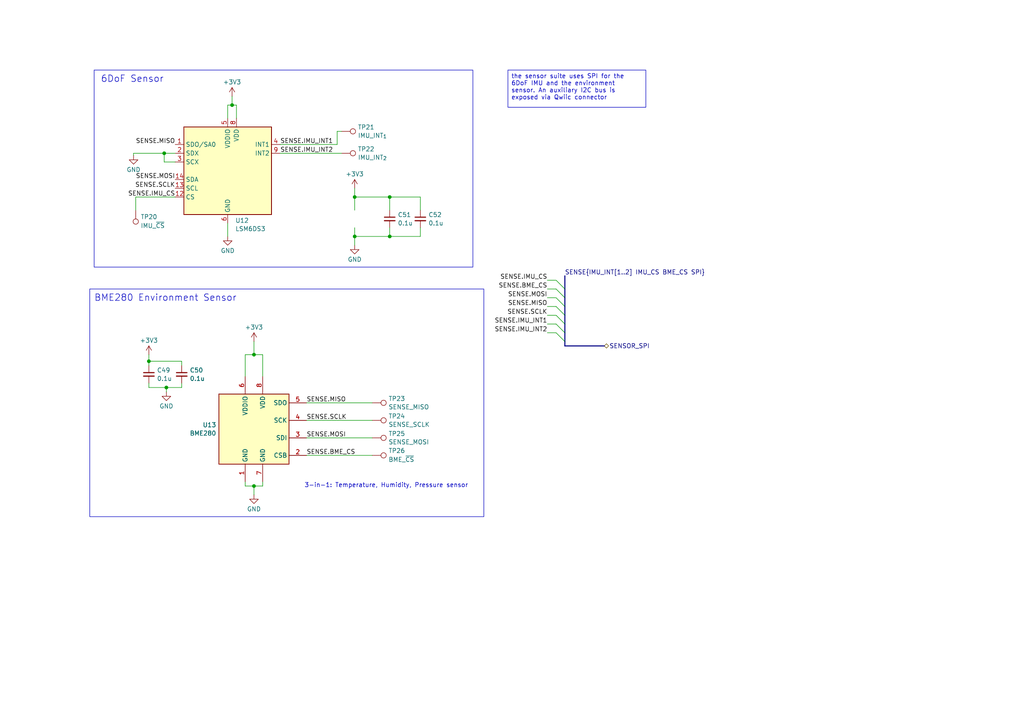
<source format=kicad_sch>
(kicad_sch (version 20230121) (generator eeschema)
  (paper "A4")
  (title_block (title "T3 Telemetry Board") (date "2023-07-26") (rev "1.1a-DRAFT") (company "Solar Vehicle Project"))
  (lib_symbols
    (symbol "Connector:TestPoint" (pin_numbers hide) (pin_names (offset 0.762) hide)
      (property "Reference" "TP" (at 0 6.858 0))
      (property "Value" "TestPoint" (at 0 5.08 0))
      (symbol "TestPoint_0_1"
        (circle (center 0 3.302) (radius 0.762))
      )
      (symbol "TestPoint_1_1"
        (pin passive line (at 0 0 90) (length 2.54) (name "1") (number "1"))
      )
    )
    (symbol "Device:C_Small" (pin_numbers hide) (pin_names (offset 0.254) hide)
      (property "Reference" "C" (at 0.254 1.778 0))
      (property "Value" "C_Small" (at 0.254 -2.032 0))
      (symbol "C_Small_0_1"
        (polyline (pts (xy -1.524 -0.508) (xy 1.524 -0.508)) (stroke (width 0.3302)))
        (polyline (pts (xy -1.524 0.508) (xy 1.524 0.508)) (stroke (width 0.3048)))
      )
      (symbol "C_Small_1_1"
        (pin passive line (at 0 2.54 270) (length 2.032) (name "~") (number "1"))
        (pin passive line (at 0 -2.54 90) (length 2.032) (name "~") (number "2"))
      )
    )
    (symbol "Sensor:BME280"
      (property "Reference" "U" (at -8.89 11.43 0))
      (property "Value" "BME280" (at 7.62 11.43 0))
      (symbol "BME280_0_1"
        (rectangle (start -10.16 10.16) (end 10.16 -10.16) (stroke (width 0.254)) (fill (type background)))
      )
      (symbol "BME280_1_1"
        (pin power_in line (at -2.54 -15.24 90) (length 5.08) (name "GND") (number "1"))
        (pin input line (at 15.24 -7.62 180) (length 5.08) (name "CSB") (number "2"))
        (pin bidirectional line (at 15.24 -2.54 180) (length 5.08) (name "SDI") (number "3"))
        (pin input line (at 15.24 2.54 180) (length 5.08) (name "SCK") (number "4"))
        (pin bidirectional line (at 15.24 7.62 180) (length 5.08) (name "SDO") (number "5"))
        (pin power_in line (at -2.54 15.24 270) (length 5.08) (name "VDDIO") (number "6"))
        (pin power_in line (at 2.54 -15.24 90) (length 5.08) (name "GND") (number "7"))
        (pin power_in line (at 2.54 15.24 270) (length 5.08) (name "VDD") (number "8"))
      )
    )
    (symbol "Sensor_Motion:LSM6DS3"
      (property "Reference" "U" (at -11.43 15.24 0))
      (property "Value" "LSM6DS3" (at -11.43 12.7 0))
      (symbol "LSM6DS3_0_1"
        (rectangle (start -12.7 12.7) (end 12.7 -12.7) (stroke (width 0.254)) (fill (type background)))
      )
      (symbol "LSM6DS3_1_1"
        (pin bidirectional line (at -15.24 7.62 0) (length 2.54) (name "SDO/SA0") (number "1"))
        (pin no_connect line (at 12.7 -5.08 180) (length 3.81) hide (name "NC") (number "10"))
        (pin no_connect line (at 12.7 -2.54 180) (length 3.81) hide (name "NC") (number "11"))
        (pin input line (at -15.24 -7.62 0) (length 2.54) (name "CS") (number "12"))
        (pin input line (at -15.24 -5.08 0) (length 2.54) (name "SCL") (number "13"))
        (pin bidirectional line (at -15.24 -2.54 0) (length 2.54) (name "SDA") (number "14"))
        (pin bidirectional line (at -15.24 5.08 0) (length 2.54) (name "SDX") (number "2"))
        (pin input line (at -15.24 2.54 0) (length 2.54) (name "SCX") (number "3"))
        (pin output line (at 15.24 7.62 180) (length 2.54) (name "INT1") (number "4"))
        (pin power_in line (at 0 15.24 270) (length 2.54) (name "VDDIO") (number "5"))
        (pin power_in line (at 0 -15.24 90) (length 2.54) (name "GND") (number "6"))
        (pin passive line (at 0 -15.24 90) (length 2.54) hide (name "GND") (number "7"))
        (pin power_in line (at 2.54 15.24 270) (length 2.54) (name "VDD") (number "8"))
        (pin output line (at 15.24 5.08 180) (length 2.54) (name "INT2") (number "9"))
      )
    )
    (symbol "power:+3V3" (power) (pin_names (offset 0))
      (property "Value" "+3V3" (at 0 3.556 0))
      (symbol "+3V3_0_1"
        (polyline (pts (xy -0.762 1.27) (xy 0 2.54)))
        (polyline (pts (xy 0 0) (xy 0 2.54)))
        (polyline (pts (xy 0 2.54) (xy 0.762 1.27)))
      )
      (symbol "+3V3_1_1"
        (pin power_in line (at 0 0 90) (length 0) hide (name "+3V3") (number "1"))
      )
    )
    (symbol "power:GND" (power) (pin_names (offset 0))
      (property "Value" "GND" (at 0 -3.81 0))
      (symbol "GND_0_1"
        (polyline (pts (xy 0 0) (xy 0 -1.27) (xy 1.27 -1.27) (xy 0 -2.54) (xy -1.27 -1.27) (xy 0 -1.27)))
      )
      (symbol "GND_1_1"
        (pin power_in line (at 0 0 270) (length 0) hide (name "GND") (number "1"))
      )
    )
  )
  (junction (at 47.625 44.45))
  (junction (at 113.03 57.15))
  (junction (at 113.03 68.58))
  (junction (at 48.26 112.395))
  (junction (at 73.66 102.87))
  (junction (at 43.18 104.775))
  (junction (at 73.66 140.97))
  (junction (at 102.87 68.58))
  (junction (at 67.31 30.48))
  (junction (at 102.87 57.15))
  (bus_entry (at 163.83 83.82) (size -2.54 -2.54))
  (bus_entry (at 163.83 96.52) (size -2.54 -2.54))
  (bus_entry (at 163.83 99.06) (size -2.54 -2.54))
  (bus_entry (at 163.83 86.36) (size -2.54 -2.54))
  (bus_entry (at 163.83 88.9) (size -2.54 -2.54))
  (bus_entry (at 163.83 93.98) (size -2.54 -2.54))
  (bus_entry (at 163.83 91.44) (size -2.54 -2.54))
  (wire (pts (xy 43.18 112.395) (xy 48.26 112.395)))
  (wire (pts (xy 76.2 109.22) (xy 76.2 102.87)))
  (wire (pts (xy 81.28 41.91) (xy 97.79 41.91)))
  (bus (pts (xy 163.83 83.82) (xy 163.83 86.36)))
  (wire (pts (xy 67.31 30.48) (xy 68.58 30.48)))
  (wire (pts (xy 73.66 102.87) (xy 76.2 102.87)))
  (bus (pts (xy 163.83 93.98) (xy 163.83 96.52)))
  (wire (pts (xy 121.92 66.04) (xy 121.92 68.58)))
  (wire (pts (xy 102.87 54.61) (xy 102.87 57.15)))
  (wire (pts (xy 68.58 34.29) (xy 68.58 30.48)))
  (wire (pts (xy 71.12 140.97) (xy 71.12 139.7)))
  (bus (pts (xy 163.83 100.33) (xy 163.83 99.06)))
  (wire (pts (xy 161.29 91.44) (xy 158.75 91.44)))
  (wire (pts (xy 121.92 60.96) (xy 121.92 57.15)))
  (wire (pts (xy 39.37 57.15) (xy 39.37 60.96)))
  (wire (pts (xy 102.87 68.58) (xy 102.87 71.12)))
  (bus (pts (xy 163.83 96.52) (xy 163.83 99.06)))
  (wire (pts (xy 73.66 102.87) (xy 71.12 102.87)))
  (wire (pts (xy 88.9 116.84) (xy 107.95 116.84)))
  (wire (pts (xy 113.03 57.15) (xy 102.87 57.15)))
  (wire (pts (xy 38.735 44.45) (xy 38.735 45.085)))
  (wire (pts (xy 50.8 44.45) (xy 47.625 44.45)))
  (wire (pts (xy 97.79 41.91) (xy 97.79 38.1)))
  (wire (pts (xy 113.03 68.58) (xy 102.87 68.58)))
  (wire (pts (xy 66.04 30.48) (xy 67.31 30.48)))
  (wire (pts (xy 113.03 66.04) (xy 113.03 68.58)))
  (wire (pts (xy 161.29 83.82) (xy 158.75 83.82)))
  (wire (pts (xy 52.705 104.775) (xy 43.18 104.775)))
  (wire (pts (xy 67.31 27.94) (xy 67.31 30.48)))
  (wire (pts (xy 161.29 88.9) (xy 158.75 88.9)))
  (bus (pts (xy 163.83 91.44) (xy 163.83 93.98)))
  (wire (pts (xy 52.705 106.045) (xy 52.705 104.775)))
  (wire (pts (xy 43.18 111.125) (xy 43.18 112.395)))
  (wire (pts (xy 102.87 57.15) (xy 102.87 60.96)))
  (wire (pts (xy 71.12 140.97) (xy 73.66 140.97)))
  (bus (pts (xy 163.83 80.01) (xy 163.83 83.82)))
  (wire (pts (xy 43.18 102.87) (xy 43.18 104.775)))
  (wire (pts (xy 88.9 127) (xy 107.95 127)))
  (wire (pts (xy 161.29 86.36) (xy 158.75 86.36)))
  (wire (pts (xy 47.625 46.99) (xy 50.8 46.99)))
  (wire (pts (xy 50.8 57.15) (xy 39.37 57.15)))
  (bus (pts (xy 163.83 88.9) (xy 163.83 91.44)))
  (bus (pts (xy 163.83 86.36) (xy 163.83 88.9)))
  (wire (pts (xy 48.26 112.395) (xy 48.26 113.665)))
  (wire (pts (xy 113.03 57.15) (xy 113.03 60.96)))
  (wire (pts (xy 73.66 140.97) (xy 76.2 140.97)))
  (wire (pts (xy 121.92 68.58) (xy 113.03 68.58)))
  (wire (pts (xy 66.04 34.29) (xy 66.04 30.48)))
  (wire (pts (xy 73.66 99.06) (xy 73.66 102.87)))
  (wire (pts (xy 102.87 66.04) (xy 102.87 68.58)))
  (wire (pts (xy 158.75 93.98) (xy 161.29 93.98)))
  (wire (pts (xy 97.79 38.1) (xy 99.06 38.1)))
  (wire (pts (xy 73.66 140.97) (xy 73.66 143.51)))
  (wire (pts (xy 161.29 81.28) (xy 158.75 81.28)))
  (wire (pts (xy 71.12 102.87) (xy 71.12 109.22)))
  (wire (pts (xy 88.9 132.08) (xy 107.95 132.08)))
  (wire (pts (xy 38.735 44.45) (xy 47.625 44.45)))
  (wire (pts (xy 43.18 104.775) (xy 43.18 106.045)))
  (wire (pts (xy 81.28 44.45) (xy 99.06 44.45)))
  (wire (pts (xy 88.9 121.92) (xy 107.95 121.92)))
  (wire (pts (xy 66.04 64.77) (xy 66.04 68.58)))
  (wire (pts (xy 121.92 57.15) (xy 113.03 57.15)))
  (bus (pts (xy 175.26 100.33) (xy 163.83 100.33)))
  (wire (pts (xy 158.75 96.52) (xy 161.29 96.52)))
  (wire (pts (xy 76.2 140.97) (xy 76.2 139.7)))
  (wire (pts (xy 47.625 44.45) (xy 47.625 46.99)))
  (wire (pts (xy 52.705 112.395) (xy 48.26 112.395)))
  (wire (pts (xy 52.705 111.125) (xy 52.705 112.395)))
  (rectangle (start 26.035 83.82) (end 140.335 149.86))
  (rectangle (start 27.305 20.32) (end 137.16 77.47))
  (text_box "the sensor suite uses SPI for the 6DoF IMU and the environment\nsensor. An auxiliary I2C bus is exposed via Qwiic connector\n" (at 147.32 20.32 0) (size 40.005 10.795) (effects (font (size 1.27 1.27)) (justify left top)))
  (text "6DoF Sensor\n" (at 29.21 24.13 0) (effects (font (size 1.905 1.905)) (justify left bottom)))
  (text "3-in-1: Temperature, Humidity, Pressure sensor" (at 88.265 141.605 0) (effects (font (size 1.27 1.27)) (justify left bottom)))
  (text "BME280 Environment Sensor" (at 27.305 87.63 0) (effects (font (size 1.905 1.905)) (justify left bottom)))
  (label "SENSE.IMU_CS" (at 158.75 81.28 180))
  (label "SENSE.MOSI" (at 158.75 86.36 180))
  (label "SENSE.MOSI" (at 88.9 127 0))
  (label "SENSE.IMU_INT1" (at 158.75 93.98 180))
  (label "SENSE.MISO" (at 158.75 88.9 180))
  (label "SENSE.IMU_CS" (at 50.8 57.15 180))
  (label "SENSE.SCLK" (at 50.8 54.61 180))
  (label "SENSE.IMU_INT1" (at 81.28 41.91 0))
  (label "SENSE.SCLK" (at 158.75 91.44 180))
  (label "SENSE.MISO" (at 50.8 41.91 180))
  (label "SENSE.BME_CS" (at 158.75 83.82 180))
  (label "SENSE.SCLK" (at 88.9 121.92 0))
  (label "SENSE.MOSI" (at 50.8 52.07 180))
  (label "SENSE.IMU_INT2" (at 158.75 96.52 180))
  (label "SENSE.BME_CS" (at 88.9 132.08 0))
  (label "SENSE{IMU_INT[1..2] IMU_CS BME_CS SPI}" (at 163.83 80.01 0))
  (label "SENSE.IMU_INT2" (at 81.28 44.45 0))
  (label "SENSE.MISO" (at 88.9 116.84 0))
  (hierarchical_label "SENSOR_SPI" (shape bidirectional) (at 175.26 100.33 0))
  (symbol (lib_id "Sensor:BME280") (at 73.66 124.46 0) (unit 1)
    (property "Reference" "U13" (at 62.7381 123.2479 0) (effects (justify right)))
    (property "Value" "BME280" (at 62.7381 125.6721 0) (effects (justify right)))
    (property "Footprint" "Package_LGA:Bosch_LGA-8_2.5x2.5mm_P0.65mm_ClockwisePinNumbering" (effects hide))
    (property "Datasheet" "https://www.bosch-sensortec.com/media/boschsensortec/downloads/datasheets/bst-bme280-ds002.pdf" (effects hide))
  )
  (symbol (lib_id "Connector:TestPoint") (at 107.95 132.08 270) (unit 1) (in_bom no)
    (property "Reference" "TP26" (at 112.649 130.7224 90) (effects (justify left)))
    (property "Value" "BME_~{CS}" (at 112.649 133.2921 90) (effects (justify left)))
    (property "Footprint" "TestPoint:TestPoint_Pad_D1.0mm" (effects hide))
  )
  (symbol (lib_id "Connector:TestPoint") (at 107.95 116.84 270) (unit 1) (in_bom no)
    (property "Reference" "TP23" (at 112.649 115.6279 90) (effects (justify left)))
    (property "Value" "SENSE_MISO" (at 112.649 118.0521 90) (effects (justify left)))
    (property "Footprint" "TestPoint:TestPoint_Pad_D1.0mm" (effects hide))
  )
  (symbol (lib_id "Connector:TestPoint") (at 99.06 38.1 270) (unit 1) (in_bom no)
    (property "Reference" "TP21" (at 103.759 36.8879 90) (effects (justify left)))
    (property "Value" "IMU_INT_{1}" (at 103.759 39.3121 90) (effects (justify left)))
    (property "Footprint" "TestPoint:TestPoint_Pad_D1.0mm" (effects hide))
  )
  (symbol (lib_id "power:GND") (at 102.87 71.12 0) (unit 1)
    (property "Reference" "#PWR0104" (effects hide))
    (property "Value" "GND" (at 102.87 75.2531 0))
  )
  (symbol (lib_id "power:+3V3") (at 73.66 99.06 0) (unit 1)
    (property "Reference" "#PWR0101" (effects hide))
    (property "Value" "+3V3" (at 73.66 94.9269 0))
  )
  (symbol (lib_id "power:+3V3") (at 102.87 54.61 0) (unit 1)
    (property "Reference" "#PWR0103" (effects hide))
    (property "Value" "+3V3" (at 102.87 50.4769 0))
  )
  (symbol (lib_id "power:GND") (at 38.735 45.085 0) (unit 1)
    (property "Reference" "#PWR096" (effects hide))
    (property "Value" "GND" (at 38.735 49.2181 0))
  )
  (symbol (lib_id "Device:C_Small") (at 113.03 63.5 0) (unit 1)
    (property "Reference" "C51" (at 115.3541 62.2942 0) (effects (justify left)))
    (property "Value" "0.1u" (at 115.3541 64.7184 0) (effects (justify left)))
    (property "Footprint" "Capacitor_SMD:C_0402_1005Metric" (effects hide))
  )
  (symbol (lib_id "power:GND") (at 48.26 113.665 0) (unit 1)
    (property "Reference" "#PWR098" (effects hide))
    (property "Value" "GND" (at 48.26 117.7981 0))
  )
  (symbol (lib_id "Device:C_Small") (at 43.18 108.585 0) (unit 1)
    (property "Reference" "C49" (at 45.5041 107.3792 0) (effects (justify left)))
    (property "Value" "0.1u" (at 45.5041 109.8034 0) (effects (justify left)))
    (property "Footprint" "Capacitor_SMD:C_0402_1005Metric" (effects hide))
  )
  (symbol (lib_id "Connector:TestPoint") (at 39.37 60.96 180) (unit 1) (in_bom no)
    (property "Reference" "TP20" (at 40.767 62.9044 0) (effects (justify right)))
    (property "Value" "IMU_~{CS}" (at 40.767 65.4741 0) (effects (justify right)))
    (property "Footprint" "TestPoint:TestPoint_Pad_D1.0mm" (effects hide))
  )
  (symbol (lib_id "Sensor_Motion:LSM6DS3") (at 66.04 49.53 0) (unit 1)
    (property "Reference" "U12" (at 68.2341 63.9501 0) (effects (justify left)))
    (property "Value" "LSM6DS3" (at 68.2341 66.3743 0) (effects (justify left)))
    (property "Footprint" "Package_LGA:LGA-14_3x2.5mm_P0.5mm_LayoutBorder3x4y" (effects hide))
    (property "Datasheet" "https://www.st.com/resource/en/datasheet/lsm6ds3tr-c.pdf" (effects hide))
    (property "PN" "LSM6DS3TR-C" (effects hide))
  )
  (symbol (lib_id "Connector:TestPoint") (at 107.95 121.92 270) (unit 1) (in_bom no)
    (property "Reference" "TP24" (at 112.649 120.7079 90) (effects (justify left)))
    (property "Value" "SENSE_SCLK" (at 112.649 123.1321 90) (effects (justify left)))
    (property "Footprint" "TestPoint:TestPoint_Pad_D1.0mm" (effects hide))
  )
  (symbol (lib_id "power:+3V3") (at 67.31 27.94 0) (unit 1)
    (property "Reference" "#PWR0100" (effects hide))
    (property "Value" "+3V3" (at 67.31 23.8069 0))
  )
  (symbol (lib_id "power:GND") (at 66.04 68.58 0) (unit 1)
    (property "Reference" "#PWR099" (effects hide))
    (property "Value" "GND" (at 66.04 72.7131 0))
  )
  (symbol (lib_id "Connector:TestPoint") (at 99.06 44.45 270) (unit 1) (in_bom no)
    (property "Reference" "TP22" (at 103.759 43.2379 90) (effects (justify left)))
    (property "Value" "IMU_INT_{2}" (at 103.759 45.6621 90) (effects (justify left)))
    (property "Footprint" "TestPoint:TestPoint_Pad_D1.0mm" (effects hide))
  )
  (symbol (lib_id "power:+3V3") (at 43.18 102.87 0) (unit 1)
    (property "Reference" "#PWR097" (effects hide))
    (property "Value" "+3V3" (at 43.18 98.7369 0))
  )
  (symbol (lib_id "Connector:TestPoint") (at 107.95 127 270) (unit 1) (in_bom no)
    (property "Reference" "TP25" (at 112.649 125.7879 90) (effects (justify left)))
    (property "Value" "SENSE_MOSI" (at 112.649 128.2121 90) (effects (justify left)))
    (property "Footprint" "TestPoint:TestPoint_Pad_D1.0mm" (effects hide))
  )
  (symbol (lib_id "power:GND") (at 73.66 143.51 0) (unit 1)
    (property "Reference" "#PWR0102" (effects hide))
    (property "Value" "GND" (at 73.66 147.6431 0))
  )
  (symbol (lib_id "Device:C_Small") (at 121.92 63.5 0) (unit 1)
    (property "Reference" "C52" (at 124.2441 62.2942 0) (effects (justify left)))
    (property "Value" "0.1u" (at 124.2441 64.7184 0) (effects (justify left)))
    (property "Footprint" "Capacitor_SMD:C_0402_1005Metric" (effects hide))
  )
  (symbol (lib_id "Device:C_Small") (at 52.705 108.585 0) (unit 1)
    (property "Reference" "C50" (at 55.0291 107.3792 0) (effects (justify left)))
    (property "Value" "0.1u" (at 55.0291 109.8034 0) (effects (justify left)))
    (property "Footprint" "Capacitor_SMD:C_0402_1005Metric" (effects hide))
  )
)
</source>
